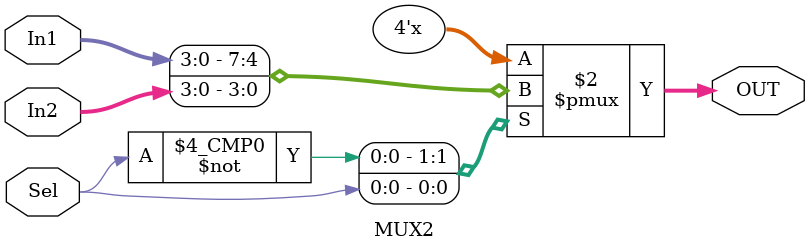
<source format=v>
module MUX2(In1, In2, Sel, OUT);
input [3:0] In1, In2;
input Sel;
output [3:0] OUT;
reg [3:0] OUT;

always @(*) begin
    case(Sel)
        1'b0 : OUT = In1;
        1'b1 : OUT = In2;
    endcase
end
endmodule

</source>
